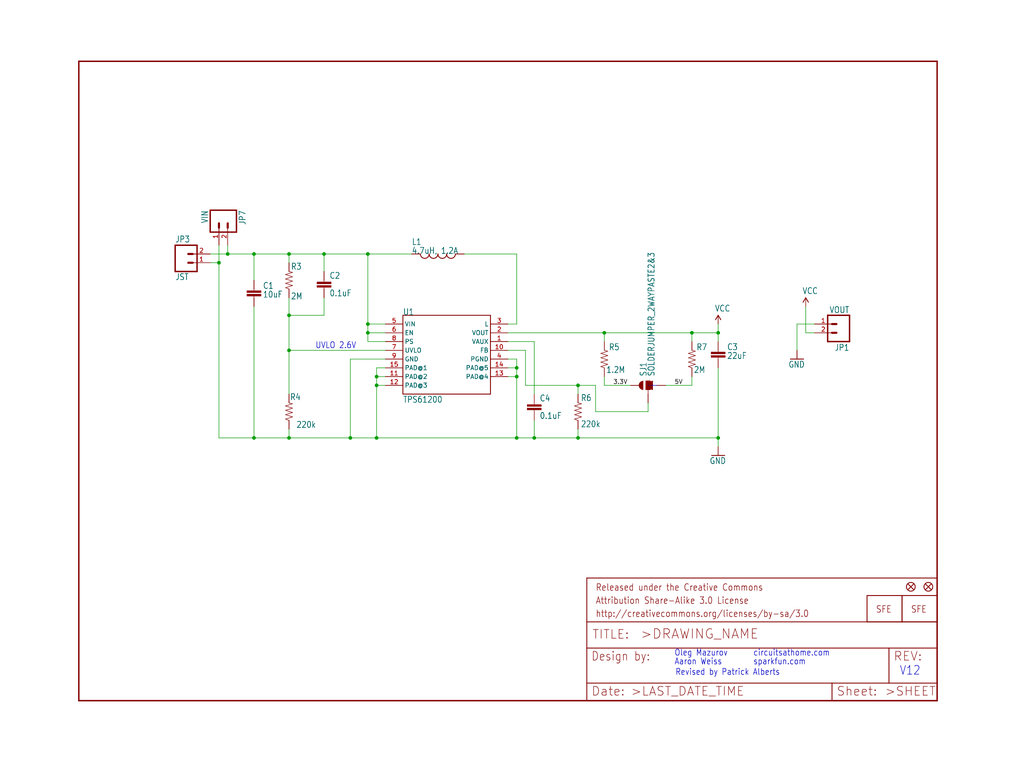
<source format=kicad_sch>
(kicad_sch (version 20211123) (generator eeschema)
  (paper "User" 297.002 223.926)
  (lib_symbols
    (symbol "eagleSchem-eagle-import:CAP0603-CAP"
      (property "Reference" "C" (at 1.524 2.921 0))
      (property "Value" "CAP0603-CAP" (at 1.524 -2.159 0))
      (symbol "CAP0603-CAP_1_0"
        (rectangle (start -2.032 0.508) (end 2.032 1.016) (fill (type outline)))
        (rectangle (start -2.032 1.524) (end 2.032 2.032) (fill (type outline)))
        (polyline (pts (xy 0 0) (xy 0 0.508)) (stroke (width 0.1524)))
        (polyline (pts (xy 0 2.54) (xy 0 2.032)) (stroke (width 0.1524)))
        (pin passive line (at 0 5.08 270) (length 2.54) (name "1") (number "1"))
        (pin passive line (at 0 -2.54 90) (length 2.54) (name "2") (number "2"))
      )
    )
    (symbol "eagleSchem-eagle-import:CAP0805"
      (property "Reference" "C" (at 1.524 2.921 0))
      (property "Value" "CAP0805" (at 1.524 -2.159 0))
      (symbol "CAP0805_1_0"
        (rectangle (start -2.032 0.508) (end 2.032 1.016) (fill (type outline)))
        (rectangle (start -2.032 1.524) (end 2.032 2.032) (fill (type outline)))
        (polyline (pts (xy 0 0) (xy 0 0.508)) (stroke (width 0.1524)))
        (polyline (pts (xy 0 2.54) (xy 0 2.032)) (stroke (width 0.1524)))
        (pin passive line (at 0 5.08 270) (length 2.54) (name "1") (number "1"))
        (pin passive line (at 0 -2.54 90) (length 2.54) (name "2") (number "2"))
      )
    )
    (symbol "eagleSchem-eagle-import:CAP1206"
      (property "Reference" "C" (at 1.524 2.921 0))
      (property "Value" "CAP1206" (at 1.524 -2.159 0))
      (symbol "CAP1206_1_0"
        (rectangle (start -2.032 0.508) (end 2.032 1.016) (fill (type outline)))
        (rectangle (start -2.032 1.524) (end 2.032 2.032) (fill (type outline)))
        (polyline (pts (xy 0 0) (xy 0 0.508)) (stroke (width 0.1524)))
        (polyline (pts (xy 0 2.54) (xy 0 2.032)) (stroke (width 0.1524)))
        (pin passive line (at 0 5.08 270) (length 2.54) (name "1") (number "1"))
        (pin passive line (at 0 -2.54 90) (length 2.54) (name "2") (number "2"))
      )
    )
    (symbol "eagleSchem-eagle-import:FIDUCIAL1X2"
      (symbol "FIDUCIAL1X2_1_0"
        (polyline (pts (xy -0.762 0.762) (xy 0.762 -0.762)) (stroke (width 0.254)))
        (polyline (pts (xy 0.762 0.762) (xy -0.762 -0.762)) (stroke (width 0.254)))
        (circle (center 0 0) (radius 1.27) (stroke (width 0.254)))
      )
    )
    (symbol "eagleSchem-eagle-import:FRAME-LETTER"
      (symbol "FRAME-LETTER_1_0"
        (polyline (pts (xy 0 0) (xy 248.92 0)) (stroke (width 0.4064)))
        (polyline (pts (xy 0 185.42) (xy 0 0)) (stroke (width 0.4064)))
        (polyline (pts (xy 0 185.42) (xy 248.92 185.42)) (stroke (width 0.4064)))
        (polyline (pts (xy 248.92 185.42) (xy 248.92 0)) (stroke (width 0.4064)))
      )
      (symbol "FRAME-LETTER_2_0"
        (polyline (pts (xy 0 0) (xy 0 5.08)) (stroke (width 0.254)))
        (polyline (pts (xy 0 0) (xy 71.12 0)) (stroke (width 0.254)))
        (polyline (pts (xy 0 5.08) (xy 0 15.24)) (stroke (width 0.254)))
        (polyline (pts (xy 0 5.08) (xy 71.12 5.08)) (stroke (width 0.254)))
        (polyline (pts (xy 0 15.24) (xy 0 22.86)) (stroke (width 0.254)))
        (polyline (pts (xy 0 22.86) (xy 0 35.56)) (stroke (width 0.254)))
        (polyline (pts (xy 0 22.86) (xy 101.6 22.86)) (stroke (width 0.254)))
        (polyline (pts (xy 71.12 0) (xy 101.6 0)) (stroke (width 0.254)))
        (polyline (pts (xy 71.12 5.08) (xy 71.12 0)) (stroke (width 0.254)))
        (polyline (pts (xy 71.12 5.08) (xy 87.63 5.08)) (stroke (width 0.254)))
        (polyline (pts (xy 87.63 5.08) (xy 101.6 5.08)) (stroke (width 0.254)))
        (polyline (pts (xy 87.63 15.24) (xy 0 15.24)) (stroke (width 0.254)))
        (polyline (pts (xy 87.63 15.24) (xy 87.63 5.08)) (stroke (width 0.254)))
        (polyline (pts (xy 101.6 5.08) (xy 101.6 0)) (stroke (width 0.254)))
        (polyline (pts (xy 101.6 15.24) (xy 87.63 15.24)) (stroke (width 0.254)))
        (polyline (pts (xy 101.6 15.24) (xy 101.6 5.08)) (stroke (width 0.254)))
        (polyline (pts (xy 101.6 22.86) (xy 101.6 15.24)) (stroke (width 0.254)))
        (polyline (pts (xy 101.6 35.56) (xy 0 35.56)) (stroke (width 0.254)))
        (polyline (pts (xy 101.6 35.56) (xy 101.6 22.86)) (stroke (width 0.254)))
        (text ">DRAWING_NAME" (at 15.494 17.78 0) (effects (font (size 2.7432 2.7432)) (justify left bottom)))
        (text ">LAST_DATE_TIME" (at 12.7 1.27 0) (effects (font (size 2.54 2.54)) (justify left bottom)))
        (text ">SHEET" (at 86.36 1.27 0) (effects (font (size 2.54 2.54)) (justify left bottom)))
        (text "Attribution Share-Alike 3.0 License" (at 2.54 27.94 0) (effects (font (size 1.9304 1.6408)) (justify left bottom)))
        (text "Date:" (at 1.27 1.27 0) (effects (font (size 2.54 2.54)) (justify left bottom)))
        (text "Design by:" (at 1.27 11.43 0) (effects (font (size 2.54 2.159)) (justify left bottom)))
        (text "http://creativecommons.org/licenses/by-sa/3.0" (at 2.54 24.13 0) (effects (font (size 1.9304 1.6408)) (justify left bottom)))
        (text "Released under the Creative Commons" (at 2.54 31.75 0) (effects (font (size 1.9304 1.6408)) (justify left bottom)))
        (text "REV:" (at 88.9 11.43 0) (effects (font (size 2.54 2.54)) (justify left bottom)))
        (text "Sheet:" (at 72.39 1.27 0) (effects (font (size 2.54 2.54)) (justify left bottom)))
        (text "TITLE:" (at 1.524 17.78 0) (effects (font (size 2.54 2.54)) (justify left bottom)))
      )
    )
    (symbol "eagleSchem-eagle-import:GND" (power)
      (property "Value" "GND" (at -2.54 -2.54 0))
      (symbol "GND_1_0"
        (polyline (pts (xy -1.905 0) (xy 1.905 0)) (stroke (width 0.254)))
        (pin power_in line (at 0 2.54 270) (length 2.54) (name "GND") (number "1"))
      )
    )
    (symbol "eagleSchem-eagle-import:INDUCTOR."
      (property "Reference" "L" (at 2.54 5.08 0))
      (property "Value" "INDUCTOR." (at 2.54 -5.08 0))
      (symbol "INDUCTOR._1_0"
        (arc (start 0 -5.08) (mid 0.898 -4.708) (end 1.27 -3.81) (stroke (width 0.254)))
        (arc (start 0 -2.54) (mid 0.898 -2.168) (end 1.27 -1.27) (stroke (width 0.254)))
        (arc (start 0 0) (mid 0.898 0.372) (end 1.27 1.27) (stroke (width 0.254)))
        (arc (start 0 2.54) (mid 0.898 2.912) (end 1.27 3.81) (stroke (width 0.254)))
        (arc (start 1.27 -3.81) (mid 0.898 -2.912) (end 0 -2.54) (stroke (width 0.254)))
        (arc (start 1.27 -1.27) (mid 0.898 -0.372) (end 0 0) (stroke (width 0.254)))
        (arc (start 1.27 1.27) (mid 0.898 2.168) (end 0 2.54) (stroke (width 0.254)))
        (arc (start 1.27 3.81) (mid 0.898 4.708) (end 0 5.08) (stroke (width 0.254)))
        (pin passive line (at 0 7.62 270) (length 2.54) (name "1") (number "P$1"))
        (pin passive line (at 0 -7.62 90) (length 2.54) (name "2") (number "P$2"))
      )
    )
    (symbol "eagleSchem-eagle-import:LOGO-SFENEW"
      (symbol "LOGO-SFENEW_1_0"
        (polyline (pts (xy -2.54 -2.54) (xy 7.62 -2.54)) (stroke (width 0.254)))
        (polyline (pts (xy -2.54 5.08) (xy -2.54 -2.54)) (stroke (width 0.254)))
        (polyline (pts (xy 7.62 -2.54) (xy 7.62 5.08)) (stroke (width 0.254)))
        (polyline (pts (xy 7.62 5.08) (xy -2.54 5.08)) (stroke (width 0.254)))
        (text "SFE" (at 0 0 0) (effects (font (size 1.9304 1.6408)) (justify left bottom)))
      )
    )
    (symbol "eagleSchem-eagle-import:LOGO-SFESK"
      (symbol "LOGO-SFESK_1_0"
        (polyline (pts (xy -2.54 -2.54) (xy 7.62 -2.54)) (stroke (width 0.254)))
        (polyline (pts (xy -2.54 5.08) (xy -2.54 -2.54)) (stroke (width 0.254)))
        (polyline (pts (xy 7.62 -2.54) (xy 7.62 5.08)) (stroke (width 0.254)))
        (polyline (pts (xy 7.62 5.08) (xy -2.54 5.08)) (stroke (width 0.254)))
        (text "SFE" (at 0 0 0) (effects (font (size 1.9304 1.6408)) (justify left bottom)))
      )
    )
    (symbol "eagleSchem-eagle-import:M02-JST-2MM-SMT"
      (property "Reference" "JP" (at -2.54 5.842 0))
      (property "Value" "M02-JST-2MM-SMT" (at -2.54 -5.08 0))
      (symbol "M02-JST-2MM-SMT_1_0"
        (polyline (pts (xy -2.54 5.08) (xy -2.54 -2.54)) (stroke (width 0.4064)))
        (polyline (pts (xy -2.54 5.08) (xy 3.81 5.08)) (stroke (width 0.4064)))
        (polyline (pts (xy 1.27 0) (xy 2.54 0)) (stroke (width 0.6096)))
        (polyline (pts (xy 1.27 2.54) (xy 2.54 2.54)) (stroke (width 0.6096)))
        (polyline (pts (xy 3.81 -2.54) (xy -2.54 -2.54)) (stroke (width 0.4064)))
        (polyline (pts (xy 3.81 -2.54) (xy 3.81 5.08)) (stroke (width 0.4064)))
        (pin passive line (at 7.62 0 180) (length 5.08) (name "1") (number "1"))
        (pin passive line (at 7.62 2.54 180) (length 5.08) (name "2") (number "2"))
      )
    )
    (symbol "eagleSchem-eagle-import:M02PTH"
      (property "Reference" "JP" (at -2.54 5.842 0))
      (property "Value" "M02PTH" (at -2.54 -5.08 0))
      (symbol "M02PTH_1_0"
        (polyline (pts (xy -2.54 5.08) (xy -2.54 -2.54)) (stroke (width 0.4064)))
        (polyline (pts (xy -2.54 5.08) (xy 3.81 5.08)) (stroke (width 0.4064)))
        (polyline (pts (xy 1.27 0) (xy 2.54 0)) (stroke (width 0.6096)))
        (polyline (pts (xy 1.27 2.54) (xy 2.54 2.54)) (stroke (width 0.6096)))
        (polyline (pts (xy 3.81 -2.54) (xy -2.54 -2.54)) (stroke (width 0.4064)))
        (polyline (pts (xy 3.81 -2.54) (xy 3.81 5.08)) (stroke (width 0.4064)))
        (pin passive line (at 7.62 0 180) (length 5.08) (name "1") (number "1"))
        (pin passive line (at 7.62 2.54 180) (length 5.08) (name "2") (number "2"))
      )
    )
    (symbol "eagleSchem-eagle-import:RESISTOR0603-RES"
      (property "Reference" "R" (at -3.81 1.4986 0))
      (property "Value" "RESISTOR0603-RES" (at -3.81 -3.302 0))
      (symbol "RESISTOR0603-RES_1_0"
        (polyline (pts (xy -2.54 0) (xy -2.159 1.016)) (stroke (width 0.1524)))
        (polyline (pts (xy -2.159 1.016) (xy -1.524 -1.016)) (stroke (width 0.1524)))
        (polyline (pts (xy -1.524 -1.016) (xy -0.889 1.016)) (stroke (width 0.1524)))
        (polyline (pts (xy -0.889 1.016) (xy -0.254 -1.016)) (stroke (width 0.1524)))
        (polyline (pts (xy -0.254 -1.016) (xy 0.381 1.016)) (stroke (width 0.1524)))
        (polyline (pts (xy 0.381 1.016) (xy 1.016 -1.016)) (stroke (width 0.1524)))
        (polyline (pts (xy 1.016 -1.016) (xy 1.651 1.016)) (stroke (width 0.1524)))
        (polyline (pts (xy 1.651 1.016) (xy 2.286 -1.016)) (stroke (width 0.1524)))
        (polyline (pts (xy 2.286 -1.016) (xy 2.54 0)) (stroke (width 0.1524)))
        (pin passive line (at -5.08 0 0) (length 2.54) (name "1") (number "1"))
        (pin passive line (at 5.08 0 180) (length 2.54) (name "2") (number "2"))
      )
    )
    (symbol "eagleSchem-eagle-import:SOLDERJUMPER_2WAYPASTE2&3"
      (property "Reference" "SJ" (at 2.54 0.381 0))
      (property "Value" "SOLDERJUMPER_2WAYPASTE2&3" (at 2.54 -1.905 0))
      (symbol "SOLDERJUMPER_2WAYPASTE2&3_1_0"
        (rectangle (start -1.27 -0.635) (end 1.27 0.635) (fill (type outline)))
        (polyline (pts (xy -2.54 0) (xy -1.27 0)) (stroke (width 0.1524)))
        (polyline (pts (xy -1.27 -0.635) (xy -1.27 0)) (stroke (width 0.1524)))
        (polyline (pts (xy -1.27 0) (xy -1.27 0.635)) (stroke (width 0.1524)))
        (polyline (pts (xy -1.27 0.635) (xy 1.27 0.635)) (stroke (width 0.1524)))
        (polyline (pts (xy 1.27 -0.635) (xy -1.27 -0.635)) (stroke (width 0.1524)))
        (polyline (pts (xy 1.27 0.635) (xy 1.27 -0.635)) (stroke (width 0.1524)))
        (arc (start 1.27 -1.397) (mid 0 -0.127) (end -1.27 -1.397) (stroke (width 0.0001)) (fill (type outline)))
        (arc (start 1.27 1.397) (mid 0 2.667) (end -1.27 1.397) (stroke (width 0.0001)) (fill (type outline)))
        (pin passive line (at 0 5.08 270) (length 2.54) (name "1") (number "1"))
        (pin passive line (at -5.08 0 0) (length 2.54) (name "2") (number "2"))
        (pin passive line (at 0 -5.08 90) (length 2.54) (name "3") (number "3"))
      )
    )
    (symbol "eagleSchem-eagle-import:TPS61200"
      (property "Reference" "U" (at -12.7 10.16 0))
      (property "Value" "TPS61200" (at -12.7 -15.24 0))
      (symbol "TPS61200_1_0"
        (polyline (pts (xy -12.7 -12.7) (xy 12.7 -12.7)) (stroke (width 0.254)))
        (polyline (pts (xy -12.7 10.16) (xy -12.7 -12.7)) (stroke (width 0.254)))
        (polyline (pts (xy 12.7 -12.7) (xy 12.7 10.16)) (stroke (width 0.254)))
        (polyline (pts (xy 12.7 10.16) (xy -12.7 10.16)) (stroke (width 0.254)))
        (pin passive line (at 17.78 2.54 180) (length 5.08) (name "VAUX") (number "1"))
        (pin passive line (at 17.78 0 180) (length 5.08) (name "FB") (number "10"))
        (pin power_in line (at -17.78 -7.62 0) (length 5.08) (name "PAD@2") (number "11"))
        (pin power_in line (at -17.78 -10.16 0) (length 5.08) (name "PAD@3") (number "12"))
        (pin power_in line (at 17.78 -7.62 180) (length 5.08) (name "PAD@4") (number "13"))
        (pin power_in line (at 17.78 -5.08 180) (length 5.08) (name "PAD@5") (number "14"))
        (pin power_in line (at -17.78 -5.08 0) (length 5.08) (name "PAD@1") (number "15"))
        (pin passive line (at 17.78 5.08 180) (length 5.08) (name "VOUT") (number "2"))
        (pin passive line (at 17.78 7.62 180) (length 5.08) (name "L") (number "3"))
        (pin power_in line (at 17.78 -2.54 180) (length 5.08) (name "PGND") (number "4"))
        (pin power_in line (at -17.78 7.62 0) (length 5.08) (name "VIN") (number "5"))
        (pin input line (at -17.78 5.08 0) (length 5.08) (name "EN") (number "6"))
        (pin passive line (at -17.78 0 0) (length 5.08) (name "UVLO") (number "7"))
        (pin input line (at -17.78 2.54 0) (length 5.08) (name "PS") (number "8"))
        (pin power_in line (at -17.78 -2.54 0) (length 5.08) (name "GND") (number "9"))
      )
    )
    (symbol "eagleSchem-eagle-import:VCC" (power)
      (property "Value" "VCC" (at -1.016 3.556 0))
      (symbol "VCC_1_0"
        (polyline (pts (xy 0 2.54) (xy -0.762 1.27)) (stroke (width 0.254)))
        (polyline (pts (xy 0.762 1.27) (xy 0 2.54)) (stroke (width 0.254)))
        (pin power_in line (at 0 0 90) (length 2.54) (name "VCC") (number "1"))
      )
    )
  )
  (junction (at 167.64 111.76))
  (junction (at 93.98 73.66))
  (junction (at 149.86 109.22))
  (junction (at 73.66 127))
  (junction (at 83.82 101.6))
  (junction (at 73.66 73.66))
  (junction (at 149.86 106.68))
  (junction (at 109.22 111.76))
  (junction (at 200.66 96.52))
  (junction (at 149.86 127))
  (junction (at 167.64 127))
  (junction (at 63.5 76.2))
  (junction (at 154.94 127))
  (junction (at 109.22 127))
  (junction (at 106.68 93.98))
  (junction (at 106.68 73.66))
  (junction (at 83.82 127))
  (junction (at 66.04 73.66))
  (junction (at 109.22 109.22))
  (junction (at 208.28 127))
  (junction (at 208.28 96.52))
  (junction (at 101.6 127))
  (junction (at 106.68 96.52))
  (junction (at 83.82 73.66))
  (junction (at 175.26 96.52))
  (junction (at 83.82 91.44))
  (wire (pts (xy 66.04 71.12) (xy 66.04 73.66)))
  (wire (pts (xy 208.28 127) (xy 167.64 127)))
  (wire (pts (xy 93.98 86.36) (xy 93.98 91.44)))
  (wire (pts (xy 106.68 73.66) (xy 106.68 93.98)))
  (wire (pts (xy 147.32 109.22) (xy 149.86 109.22)))
  (wire (pts (xy 167.64 111.76) (xy 152.4 111.76)))
  (wire (pts (xy 231.14 93.98) (xy 231.14 101.6)))
  (wire (pts (xy 111.76 101.6) (xy 83.82 101.6)))
  (wire (pts (xy 111.76 104.14) (xy 101.6 104.14)))
  (wire (pts (xy 63.5 76.2) (xy 60.96 76.2)))
  (wire (pts (xy 73.66 73.66) (xy 83.82 73.66)))
  (wire (pts (xy 63.5 71.12) (xy 63.5 76.2)))
  (wire (pts (xy 175.26 96.52) (xy 147.32 96.52)))
  (wire (pts (xy 152.4 101.6) (xy 152.4 111.76)))
  (wire (pts (xy 154.94 99.06) (xy 147.32 99.06)))
  (wire (pts (xy 111.76 109.22) (xy 109.22 109.22)))
  (wire (pts (xy 93.98 73.66) (xy 106.68 73.66)))
  (wire (pts (xy 83.82 76.2) (xy 83.82 73.66)))
  (wire (pts (xy 149.86 104.14) (xy 149.86 106.68)))
  (wire (pts (xy 208.28 96.52) (xy 200.66 96.52)))
  (wire (pts (xy 101.6 127) (xy 109.22 127)))
  (wire (pts (xy 208.28 106.68) (xy 208.28 127)))
  (wire (pts (xy 167.64 111.76) (xy 172.72 111.76)))
  (wire (pts (xy 193.04 111.76) (xy 200.66 111.76)))
  (wire (pts (xy 109.22 111.76) (xy 109.22 127)))
  (wire (pts (xy 147.32 106.68) (xy 149.86 106.68)))
  (wire (pts (xy 172.72 119.38) (xy 187.96 119.38)))
  (wire (pts (xy 200.66 111.76) (xy 200.66 109.22)))
  (wire (pts (xy 149.86 109.22) (xy 149.86 127)))
  (wire (pts (xy 83.82 91.44) (xy 83.82 101.6)))
  (wire (pts (xy 208.28 99.06) (xy 208.28 96.52)))
  (wire (pts (xy 63.5 76.2) (xy 63.5 127)))
  (wire (pts (xy 111.76 93.98) (xy 106.68 93.98)))
  (wire (pts (xy 73.66 81.28) (xy 73.66 73.66)))
  (wire (pts (xy 73.66 127) (xy 83.82 127)))
  (wire (pts (xy 172.72 111.76) (xy 172.72 119.38)))
  (wire (pts (xy 149.86 93.98) (xy 149.86 73.66)))
  (wire (pts (xy 236.22 96.52) (xy 233.68 96.52)))
  (wire (pts (xy 83.82 73.66) (xy 93.98 73.66)))
  (wire (pts (xy 93.98 78.74) (xy 93.98 73.66)))
  (wire (pts (xy 63.5 127) (xy 73.66 127)))
  (wire (pts (xy 60.96 73.66) (xy 66.04 73.66)))
  (wire (pts (xy 111.76 111.76) (xy 109.22 111.76)))
  (wire (pts (xy 147.32 101.6) (xy 152.4 101.6)))
  (wire (pts (xy 175.26 111.76) (xy 182.88 111.76)))
  (wire (pts (xy 154.94 121.92) (xy 154.94 127)))
  (wire (pts (xy 149.86 106.68) (xy 149.86 109.22)))
  (wire (pts (xy 167.64 124.46) (xy 167.64 127)))
  (wire (pts (xy 233.68 96.52) (xy 233.68 88.9)))
  (wire (pts (xy 200.66 96.52) (xy 200.66 99.06)))
  (wire (pts (xy 147.32 93.98) (xy 149.86 93.98)))
  (wire (pts (xy 149.86 127) (xy 154.94 127)))
  (wire (pts (xy 109.22 109.22) (xy 109.22 111.76)))
  (wire (pts (xy 208.28 127) (xy 208.28 129.54)))
  (wire (pts (xy 83.82 124.46) (xy 83.82 127)))
  (polyline (pts (xy 190.5 111.76) (xy 187.96 111.76)))
  (wire (pts (xy 83.82 127) (xy 101.6 127)))
  (wire (pts (xy 236.22 93.98) (xy 231.14 93.98)))
  (wire (pts (xy 167.64 127) (xy 154.94 127)))
  (wire (pts (xy 175.26 99.06) (xy 175.26 96.52)))
  (wire (pts (xy 111.76 99.06) (xy 106.68 99.06)))
  (wire (pts (xy 83.82 86.36) (xy 83.82 91.44)))
  (wire (pts (xy 73.66 88.9) (xy 73.66 127)))
  (wire (pts (xy 83.82 101.6) (xy 83.82 114.3)))
  (wire (pts (xy 167.64 114.3) (xy 167.64 111.76)))
  (wire (pts (xy 109.22 127) (xy 149.86 127)))
  (wire (pts (xy 109.22 106.68) (xy 109.22 109.22)))
  (wire (pts (xy 208.28 96.52) (xy 208.28 93.98)))
  (wire (pts (xy 106.68 96.52) (xy 106.68 93.98)))
  (wire (pts (xy 111.76 106.68) (xy 109.22 106.68)))
  (wire (pts (xy 187.96 119.38) (xy 187.96 116.84)))
  (wire (pts (xy 175.26 96.52) (xy 200.66 96.52)))
  (wire (pts (xy 154.94 114.3) (xy 154.94 99.06)))
  (wire (pts (xy 66.04 73.66) (xy 73.66 73.66)))
  (wire (pts (xy 134.62 73.66) (xy 149.86 73.66)))
  (wire (pts (xy 93.98 91.44) (xy 83.82 91.44)))
  (wire (pts (xy 111.76 96.52) (xy 106.68 96.52)))
  (wire (pts (xy 175.26 109.22) (xy 175.26 111.76)))
  (wire (pts (xy 119.38 73.66) (xy 106.68 73.66)))
  (wire (pts (xy 147.32 104.14) (xy 149.86 104.14)))
  (wire (pts (xy 106.68 99.06) (xy 106.68 96.52)))
  (wire (pts (xy 101.6 104.14) (xy 101.6 127)))
  (text "UVLO 2.6V" (at 91.44 101.346 180) (effects (font (size 1.778 1.5113)) (justify left bottom)))
  (text "sparkfun.com" (at 218.44 193.04 180) (effects (font (size 1.778 1.5113)) (justify left bottom)))
  (text "V12" (at 260.858 196.088 180) (effects (font (size 2.54 2.159)) (justify left bottom)))
  (text "Revised by Patrick Alberts" (at 195.834 196.088 180) (effects (font (size 1.778 1.5113)) (justify left bottom)))
  (text "Aaron Weiss" (at 195.58 193.04 180) (effects (font (size 1.778 1.5113)) (justify left bottom)))
  (text "Oleg Mazurov" (at 195.58 190.5 180) (effects (font (size 1.778 1.5113)) (justify left bottom)))
  (text "circuitsathome.com" (at 218.44 190.5 180) (effects (font (size 1.778 1.5113)) (justify left bottom)))
  (label "5V" (at 195.58 111.76 0) (effects (font (size 1.2446 1.2446))))
  (label "3.3V" (at 177.8 111.76 0) (effects (font (size 1.2446 1.2446))))
  (symbol (lib_id "eagleSchem-eagle-import:RESISTOR0603-RES") (at 83.82 81.28 90) (unit 1)
    (property "Reference" "R3" (at 84.328 78.2574 90) (effects (font (size 1.778 1.5113)) (justify right top)))
    (property "Value" "2M" (at 84.328 86.868 90) (effects (font (size 1.778 1.5113)) (justify right top)))
    (property "Footprint" "eagleSchem:0603-RES" (effects hide))
  )
  (symbol (lib_id "eagleSchem-eagle-import:INDUCTOR.") (at 127 73.66 270) (unit 1)
    (property "Reference" "L1" (at 119.38 71.12 90) (effects (font (size 1.778 1.5113)) (justify left bottom)))
    (property "Value" "4.7uH, 1.2A" (at 119.38 73.66 90) (effects (font (size 1.778 1.5113)) (justify left bottom)))
    (property "Footprint" "eagleSchem:CDRH2D09" (effects hide))
  )
  (symbol (lib_id "eagleSchem-eagle-import:FIDUCIAL1X2") (at 264.16 170.18 0) (unit 1)
    (property "Reference" "JP5" (effects hide))
    (property "Value" "FIDUCIAL1X2" (effects hide))
    (property "Footprint" "eagleSchem:FIDUCIAL-1X2" (effects hide))
  )
  (symbol (lib_id "eagleSchem-eagle-import:TPS61200") (at 129.54 101.6 0) (unit 1)
    (property "Reference" "U1" (at 116.84 91.44 0) (effects (font (size 1.778 1.5113)) (justify left bottom)))
    (property "Value" "TPS61200" (at 116.84 116.84 0) (effects (font (size 1.778 1.5113)) (justify left bottom)))
    (property "Footprint" "eagleSchem:QFN-10_PAD" (effects hide))
  )
  (symbol (lib_id "eagleSchem-eagle-import:LOGO-SFESK") (at 264.16 177.8 0) (unit 1)
    (property "Reference" "JP2" (effects hide))
    (property "Value" "LOGO-SFESK" (effects hide))
    (property "Footprint" "eagleSchem:SFE-LOGO-FLAME" (effects hide))
  )
  (symbol (lib_id "eagleSchem-eagle-import:LOGO-SFENEW") (at 254 177.8 0) (unit 1)
    (property "Reference" "JP6" (effects hide))
    (property "Value" "LOGO-SFENEW" (effects hide))
    (property "Footprint" "eagleSchem:SFE-NEW-WEBLOGO" (effects hide))
  )
  (symbol (lib_id "eagleSchem-eagle-import:FIDUCIAL1X2") (at 269.24 170.18 0) (unit 1)
    (property "Reference" "JP4" (effects hide))
    (property "Value" "FIDUCIAL1X2" (effects hide))
    (property "Footprint" "eagleSchem:FIDUCIAL-1X2" (effects hide))
  )
  (symbol (lib_id "eagleSchem-eagle-import:FRAME-LETTER") (at 170.18 203.2 0) (unit 2)
    (property "Reference" "FRAME1" (effects hide))
    (property "Value" "FRAME-LETTER" (effects hide))
    (property "Footprint" "eagleSchem:CREATIVE_COMMONS" (effects hide))
  )
  (symbol (lib_id "eagleSchem-eagle-import:RESISTOR0603-RES") (at 175.26 104.14 90) (unit 1)
    (property "Reference" "R5" (at 176.53 101.6254 90) (effects (font (size 1.778 1.5113)) (justify right top)))
    (property "Value" "1.2M" (at 175.768 108.204 90) (effects (font (size 1.778 1.5113)) (justify right top)))
    (property "Footprint" "eagleSchem:0603-RES" (effects hide))
  )
  (symbol (lib_id "eagleSchem-eagle-import:GND") (at 231.14 104.14 0) (unit 1)
    (property "Reference" "#GND2" (effects hide))
    (property "Value" "GND" (at 228.6 106.68 0) (effects (font (size 1.778 1.5113)) (justify left bottom)))
    (property "Footprint" "eagleSchem:" (effects hide))
  )
  (symbol (lib_id "eagleSchem-eagle-import:RESISTOR0603-RES") (at 167.64 119.38 90) (unit 1)
    (property "Reference" "R6" (at 168.402 116.3574 90) (effects (font (size 1.778 1.5113)) (justify right top)))
    (property "Value" "220k" (at 168.402 123.952 90) (effects (font (size 1.778 1.5113)) (justify right top)))
    (property "Footprint" "eagleSchem:0603-RES" (effects hide))
  )
  (symbol (lib_id "eagleSchem-eagle-import:CAP0603-CAP") (at 154.94 119.38 0) (unit 1)
    (property "Reference" "C4" (at 156.464 116.459 0) (effects (font (size 1.778 1.5113)) (justify left bottom)))
    (property "Value" "0.1uF" (at 156.464 121.539 0) (effects (font (size 1.778 1.5113)) (justify left bottom)))
    (property "Footprint" "eagleSchem:0603-CAP" (effects hide))
  )
  (symbol (lib_id "eagleSchem-eagle-import:CAP0805") (at 208.28 104.14 0) (unit 1)
    (property "Reference" "C3" (at 210.82 101.6 0) (effects (font (size 1.778 1.5113)) (justify left bottom)))
    (property "Value" "22uF" (at 210.82 104.14 0) (effects (font (size 1.778 1.5113)) (justify left bottom)))
    (property "Footprint" "eagleSchem:0805" (effects hide))
  )
  (symbol (lib_id "eagleSchem-eagle-import:RESISTOR0603-RES") (at 83.82 119.38 90) (unit 1)
    (property "Reference" "R4" (at 84.074 116.1034 90) (effects (font (size 1.778 1.5113)) (justify right top)))
    (property "Value" "220k" (at 91.694 122.174 90) (effects (font (size 1.778 1.5113)) (justify left bottom)))
    (property "Footprint" "eagleSchem:0603-RES" (effects hide))
  )
  (symbol (lib_id "eagleSchem-eagle-import:CAP0603-CAP") (at 93.98 83.82 0) (unit 1)
    (property "Reference" "C2" (at 95.504 80.899 0) (effects (font (size 1.778 1.5113)) (justify left bottom)))
    (property "Value" "0.1uF" (at 95.504 85.979 0) (effects (font (size 1.778 1.5113)) (justify left bottom)))
    (property "Footprint" "eagleSchem:0603-CAP" (effects hide))
  )
  (symbol (lib_id "eagleSchem-eagle-import:VCC") (at 233.68 88.9 0) (unit 1)
    (property "Reference" "#P+2" (effects hide))
    (property "Value" "VCC" (at 232.664 85.344 0) (effects (font (size 1.778 1.5113)) (justify left bottom)))
    (property "Footprint" "eagleSchem:" (effects hide))
  )
  (symbol (lib_id "eagleSchem-eagle-import:VCC") (at 208.28 93.98 0) (unit 1)
    (property "Reference" "#P+1" (effects hide))
    (property "Value" "VCC" (at 207.264 90.424 0) (effects (font (size 1.778 1.5113)) (justify left bottom)))
    (property "Footprint" "eagleSchem:" (effects hide))
  )
  (symbol (lib_id "eagleSchem-eagle-import:CAP1206") (at 73.66 86.36 0) (unit 1)
    (property "Reference" "C1" (at 76.2 83.82 0) (effects (font (size 1.778 1.5113)) (justify left bottom)))
    (property "Value" "10uF" (at 76.2 86.36 0) (effects (font (size 1.778 1.5113)) (justify left bottom)))
    (property "Footprint" "eagleSchem:1206" (effects hide))
  )
  (symbol (lib_id "eagleSchem-eagle-import:RESISTOR0603-RES") (at 200.66 104.14 90) (unit 1)
    (property "Reference" "R7" (at 201.93 101.6254 90) (effects (font (size 1.778 1.5113)) (justify right top)))
    (property "Value" "2M" (at 201.168 108.204 90) (effects (font (size 1.778 1.5113)) (justify right top)))
    (property "Footprint" "eagleSchem:0603-RES" (effects hide))
  )
  (symbol (lib_id "eagleSchem-eagle-import:GND") (at 208.28 132.08 0) (unit 1)
    (property "Reference" "#GND1" (effects hide))
    (property "Value" "GND" (at 205.74 134.62 0) (effects (font (size 1.778 1.5113)) (justify left bottom)))
    (property "Footprint" "eagleSchem:" (effects hide))
  )
  (symbol (lib_id "eagleSchem-eagle-import:M02PTH") (at 63.5 63.5 270) (unit 1)
    (property "Reference" "JP7" (at 69.342 60.96 0) (effects (font (size 1.778 1.5113)) (justify left bottom)))
    (property "Value" "VIN" (at 58.42 60.96 0) (effects (font (size 1.778 1.5113)) (justify left bottom)))
    (property "Footprint" "eagleSchem:1X02" (effects hide))
  )
  (symbol (lib_id "eagleSchem-eagle-import:FRAME-LETTER") (at 22.86 203.2 0) (unit 1)
    (property "Reference" "FRAME1" (effects hide))
    (property "Value" "FRAME-LETTER" (effects hide))
    (property "Footprint" "eagleSchem:CREATIVE_COMMONS" (effects hide))
  )
  (symbol (lib_id "eagleSchem-eagle-import:M02PTH") (at 243.84 93.98 180) (unit 1)
    (property "Reference" "JP1" (at 246.38 99.822 0) (effects (font (size 1.778 1.5113)) (justify left bottom)))
    (property "Value" "VOUT" (at 246.38 88.9 0) (effects (font (size 1.778 1.5113)) (justify left bottom)))
    (property "Footprint" "eagleSchem:1X02" (effects hide))
  )
  (symbol (lib_id "eagleSchem-eagle-import:SOLDERJUMPER_2WAYPASTE2&3") (at 187.96 111.76 90) (unit 1)
    (property "Reference" "SJ1" (at 187.579 109.22 0) (effects (font (size 1.778 1.5113)) (justify left bottom)))
    (property "Value" "SOLDERJUMPER_2WAYPASTE2&3" (at 189.865 109.22 0) (effects (font (size 1.778 1.5113)) (justify left bottom)))
    (property "Footprint" "eagleSchem:SJ_3_PASTE2&3" (effects hide))
  )
  (symbol (lib_id "eagleSchem-eagle-import:M02-JST-2MM-SMT") (at 53.34 76.2 0) (unit 1)
    (property "Reference" "JP3" (at 50.8 70.358 0) (effects (font (size 1.778 1.5113)) (justify left bottom)))
    (property "Value" "JST" (at 50.8 81.28 0) (effects (font (size 1.778 1.5113)) (justify left bottom)))
    (property "Footprint" "eagleSchem:JST-2-SMD" (effects hide))
  )
)
</source>
